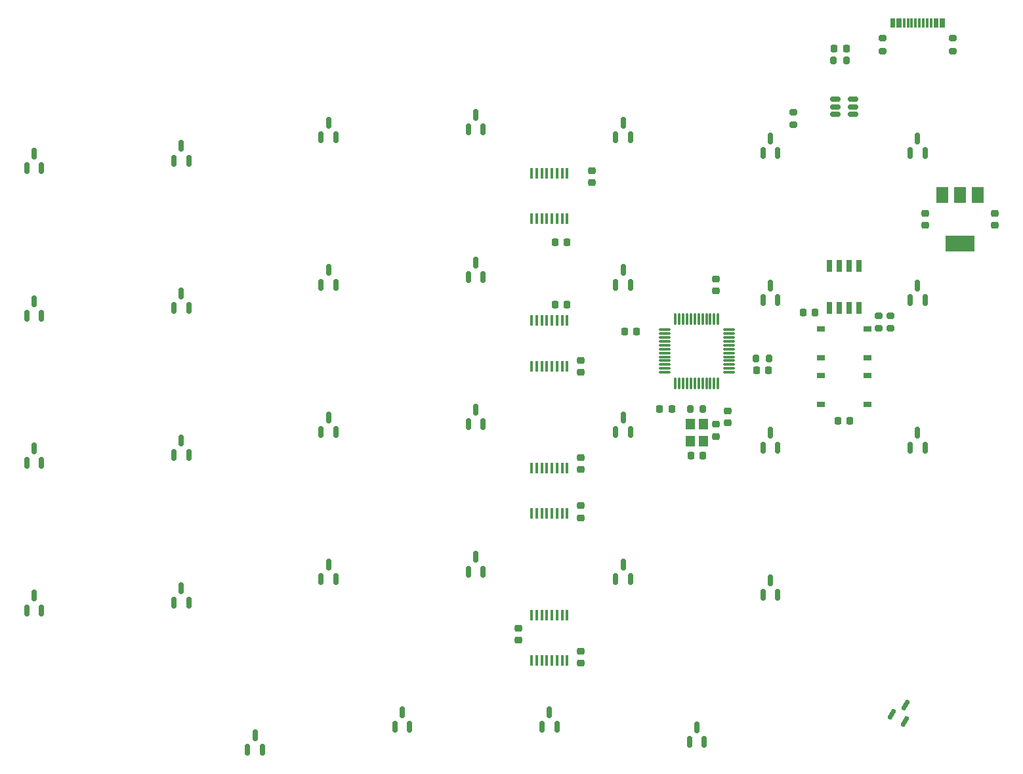
<source format=gbr>
%TF.GenerationSoftware,KiCad,Pcbnew,7.0.6*%
%TF.CreationDate,2023-09-02T14:36:04+09:00*%
%TF.ProjectId,ember,656d6265-722e-46b6-9963-61645f706362,rev?*%
%TF.SameCoordinates,Original*%
%TF.FileFunction,Paste,Bot*%
%TF.FilePolarity,Positive*%
%FSLAX46Y46*%
G04 Gerber Fmt 4.6, Leading zero omitted, Abs format (unit mm)*
G04 Created by KiCad (PCBNEW 7.0.6) date 2023-09-02 14:36:04*
%MOMM*%
%LPD*%
G01*
G04 APERTURE LIST*
G04 Aperture macros list*
%AMRoundRect*
0 Rectangle with rounded corners*
0 $1 Rounding radius*
0 $2 $3 $4 $5 $6 $7 $8 $9 X,Y pos of 4 corners*
0 Add a 4 corners polygon primitive as box body*
4,1,4,$2,$3,$4,$5,$6,$7,$8,$9,$2,$3,0*
0 Add four circle primitives for the rounded corners*
1,1,$1+$1,$2,$3*
1,1,$1+$1,$4,$5*
1,1,$1+$1,$6,$7*
1,1,$1+$1,$8,$9*
0 Add four rect primitives between the rounded corners*
20,1,$1+$1,$2,$3,$4,$5,0*
20,1,$1+$1,$4,$5,$6,$7,0*
20,1,$1+$1,$6,$7,$8,$9,0*
20,1,$1+$1,$8,$9,$2,$3,0*%
G04 Aperture macros list end*
%ADD10R,1.500000X2.000000*%
%ADD11R,3.800000X2.000000*%
%ADD12RoundRect,0.225000X-0.250000X0.225000X-0.250000X-0.225000X0.250000X-0.225000X0.250000X0.225000X0*%
%ADD13RoundRect,0.150000X0.150000X-0.587500X0.150000X0.587500X-0.150000X0.587500X-0.150000X-0.587500X0*%
%ADD14RoundRect,0.200000X-0.275000X0.200000X-0.275000X-0.200000X0.275000X-0.200000X0.275000X0.200000X0*%
%ADD15RoundRect,0.200000X0.200000X0.275000X-0.200000X0.275000X-0.200000X-0.275000X0.200000X-0.275000X0*%
%ADD16RoundRect,0.225000X-0.225000X-0.250000X0.225000X-0.250000X0.225000X0.250000X-0.225000X0.250000X0*%
%ADD17RoundRect,0.225000X0.250000X-0.225000X0.250000X0.225000X-0.250000X0.225000X-0.250000X-0.225000X0*%
%ADD18R,0.450000X1.475000*%
%ADD19RoundRect,0.150000X-0.163846X-0.583790X0.423654X0.433790X0.163846X0.583790X-0.423654X-0.433790X0*%
%ADD20R,1.000000X0.750000*%
%ADD21RoundRect,0.075000X0.075000X-0.662500X0.075000X0.662500X-0.075000X0.662500X-0.075000X-0.662500X0*%
%ADD22RoundRect,0.075000X0.662500X-0.075000X0.662500X0.075000X-0.662500X0.075000X-0.662500X-0.075000X0*%
%ADD23RoundRect,0.225000X0.225000X0.250000X-0.225000X0.250000X-0.225000X-0.250000X0.225000X-0.250000X0*%
%ADD24RoundRect,0.200000X0.275000X-0.200000X0.275000X0.200000X-0.275000X0.200000X-0.275000X-0.200000X0*%
%ADD25RoundRect,0.150000X-0.512500X-0.150000X0.512500X-0.150000X0.512500X0.150000X-0.512500X0.150000X0*%
%ADD26R,1.200000X1.400000*%
%ADD27RoundRect,0.200000X-0.200000X-0.275000X0.200000X-0.275000X0.200000X0.275000X-0.200000X0.275000X0*%
%ADD28R,0.650000X1.525000*%
%ADD29R,0.300000X1.150000*%
%ADD30RoundRect,0.218750X-0.218750X-0.256250X0.218750X-0.256250X0.218750X0.256250X-0.218750X0.256250X0*%
G04 APERTURE END LIST*
D10*
%TO.C,U2*%
X177700000Y-69850000D03*
X180000000Y-69850000D03*
D11*
X180000000Y-76150000D03*
D10*
X182300000Y-69850000D03*
%TD*%
D12*
%TO.C,C18*%
X123000000Y-125725000D03*
X123000000Y-127275000D03*
%TD*%
D13*
%TO.C,U18*%
X80450000Y-103437500D03*
X78550000Y-103437500D03*
X79500000Y-101562500D03*
%TD*%
%TO.C,U3*%
X61450000Y-66437500D03*
X59550000Y-66437500D03*
X60500000Y-64562500D03*
%TD*%
D14*
%TO.C,R1*%
X170000000Y-49675000D03*
X170000000Y-51325000D03*
%TD*%
D15*
%TO.C,R4*%
X146825000Y-97500000D03*
X145175000Y-97500000D03*
%TD*%
D13*
%TO.C,U12*%
X99450000Y-81437500D03*
X97550000Y-81437500D03*
X98500000Y-79562500D03*
%TD*%
D16*
%TO.C,C2*%
X153725000Y-92500000D03*
X155275000Y-92500000D03*
%TD*%
D17*
%TO.C,C10*%
X175500000Y-73775000D03*
X175500000Y-72225000D03*
%TD*%
D13*
%TO.C,U8*%
X156450000Y-64437500D03*
X154550000Y-64437500D03*
X155500000Y-62562500D03*
%TD*%
%TO.C,U20*%
X118450000Y-99437500D03*
X116550000Y-99437500D03*
X117500000Y-97562500D03*
%TD*%
%TO.C,U14*%
X137450000Y-81437500D03*
X135550000Y-81437500D03*
X136500000Y-79562500D03*
%TD*%
D12*
%TO.C,C16*%
X131000000Y-103725000D03*
X131000000Y-105275000D03*
%TD*%
D18*
%TO.C,IC3*%
X129275000Y-91938000D03*
X128625000Y-91938000D03*
X127975000Y-91938000D03*
X127325000Y-91938000D03*
X126675000Y-91938000D03*
X126025000Y-91938000D03*
X125375000Y-91938000D03*
X124725000Y-91938000D03*
X124725000Y-86062000D03*
X125375000Y-86062000D03*
X126025000Y-86062000D03*
X126675000Y-86062000D03*
X127325000Y-86062000D03*
X127975000Y-86062000D03*
X128625000Y-86062000D03*
X129275000Y-86062000D03*
%TD*%
D14*
%TO.C,R3*%
X158500000Y-59175000D03*
X158500000Y-60825000D03*
%TD*%
D13*
%TO.C,U9*%
X175450000Y-64437500D03*
X173550000Y-64437500D03*
X174500000Y-62562500D03*
%TD*%
%TO.C,U24*%
X61450000Y-123437500D03*
X59550000Y-123437500D03*
X60500000Y-121562500D03*
%TD*%
D19*
%TO.C,U34*%
X172853974Y-137786899D03*
X171208526Y-136836899D03*
X172968750Y-135688101D03*
%TD*%
D17*
%TO.C,C15*%
X131000000Y-92775000D03*
X131000000Y-91225000D03*
%TD*%
D20*
%TO.C,SW2*%
X162000000Y-96875000D03*
X168000000Y-96875000D03*
X162000000Y-93125000D03*
X168000000Y-93125000D03*
%TD*%
D21*
%TO.C,MCU1*%
X148750000Y-94162500D03*
X148250000Y-94162500D03*
X147750000Y-94162500D03*
X147250000Y-94162500D03*
X146750000Y-94162500D03*
X146250000Y-94162500D03*
X145750000Y-94162500D03*
X145250000Y-94162500D03*
X144750000Y-94162500D03*
X144250000Y-94162500D03*
X143750000Y-94162500D03*
X143250000Y-94162500D03*
D22*
X141837500Y-92750000D03*
X141837500Y-92250000D03*
X141837500Y-91750000D03*
X141837500Y-91250000D03*
X141837500Y-90750000D03*
X141837500Y-90250000D03*
X141837500Y-89750000D03*
X141837500Y-89250000D03*
X141837500Y-88750000D03*
X141837500Y-88250000D03*
X141837500Y-87750000D03*
X141837500Y-87250000D03*
D21*
X143250000Y-85837500D03*
X143750000Y-85837500D03*
X144250000Y-85837500D03*
X144750000Y-85837500D03*
X145250000Y-85837500D03*
X145750000Y-85837500D03*
X146250000Y-85837500D03*
X146750000Y-85837500D03*
X147250000Y-85837500D03*
X147750000Y-85837500D03*
X148250000Y-85837500D03*
X148750000Y-85837500D03*
D22*
X150162500Y-87250000D03*
X150162500Y-87750000D03*
X150162500Y-88250000D03*
X150162500Y-88750000D03*
X150162500Y-89250000D03*
X150162500Y-89750000D03*
X150162500Y-90250000D03*
X150162500Y-90750000D03*
X150162500Y-91250000D03*
X150162500Y-91750000D03*
X150162500Y-92250000D03*
X150162500Y-92750000D03*
%TD*%
D18*
%TO.C,IC5*%
X129275000Y-129938000D03*
X128625000Y-129938000D03*
X127975000Y-129938000D03*
X127325000Y-129938000D03*
X126675000Y-129938000D03*
X126025000Y-129938000D03*
X125375000Y-129938000D03*
X124725000Y-129938000D03*
X124725000Y-124062000D03*
X125375000Y-124062000D03*
X126025000Y-124062000D03*
X126675000Y-124062000D03*
X127325000Y-124062000D03*
X127975000Y-124062000D03*
X128625000Y-124062000D03*
X129275000Y-124062000D03*
%TD*%
%TO.C,IC2*%
X129275000Y-72938000D03*
X128625000Y-72938000D03*
X127975000Y-72938000D03*
X127325000Y-72938000D03*
X126675000Y-72938000D03*
X126025000Y-72938000D03*
X125375000Y-72938000D03*
X124725000Y-72938000D03*
X124725000Y-67062000D03*
X125375000Y-67062000D03*
X126025000Y-67062000D03*
X126675000Y-67062000D03*
X127325000Y-67062000D03*
X127975000Y-67062000D03*
X128625000Y-67062000D03*
X129275000Y-67062000D03*
%TD*%
D23*
%TO.C,C8*%
X161275000Y-85000000D03*
X159725000Y-85000000D03*
%TD*%
D24*
%TO.C,R5*%
X169500000Y-87075000D03*
X169500000Y-85425000D03*
%TD*%
D17*
%TO.C,C19*%
X131000000Y-130275000D03*
X131000000Y-128725000D03*
%TD*%
D20*
%TO.C,SW1*%
X162000000Y-90875000D03*
X168000000Y-90875000D03*
X162000000Y-87125000D03*
X168000000Y-87125000D03*
%TD*%
D13*
%TO.C,U27*%
X118450000Y-118437500D03*
X116550000Y-118437500D03*
X117500000Y-116562500D03*
%TD*%
D12*
%TO.C,C6*%
X148500000Y-99450000D03*
X148500000Y-101000000D03*
%TD*%
D13*
%TO.C,U16*%
X175450000Y-83437500D03*
X173550000Y-83437500D03*
X174500000Y-81562500D03*
%TD*%
D16*
%TO.C,C14*%
X127725000Y-84000000D03*
X129275000Y-84000000D03*
%TD*%
D13*
%TO.C,U21*%
X137450000Y-100437500D03*
X135550000Y-100437500D03*
X136500000Y-98562500D03*
%TD*%
D25*
%TO.C,U1*%
X163862500Y-59450000D03*
X163862500Y-58500000D03*
X163862500Y-57550000D03*
X166137500Y-57550000D03*
X166137500Y-58500000D03*
X166137500Y-59450000D03*
%TD*%
D13*
%TO.C,U31*%
X108950000Y-138437500D03*
X107050000Y-138437500D03*
X108000000Y-136562500D03*
%TD*%
%TO.C,U32*%
X127950000Y-138437500D03*
X126050000Y-138437500D03*
X127000000Y-136562500D03*
%TD*%
D12*
%TO.C,C9*%
X184500000Y-72225000D03*
X184500000Y-73775000D03*
%TD*%
D13*
%TO.C,U26*%
X99450000Y-119437500D03*
X97550000Y-119437500D03*
X98500000Y-117562500D03*
%TD*%
D26*
%TO.C,Y1*%
X146850000Y-99400000D03*
X146850000Y-101600000D03*
X145150000Y-101600000D03*
X145150000Y-99400000D03*
%TD*%
D24*
%TO.C,R6*%
X171000000Y-87075000D03*
X171000000Y-85425000D03*
%TD*%
D13*
%TO.C,U15*%
X156450000Y-83437500D03*
X154550000Y-83437500D03*
X155500000Y-81562500D03*
%TD*%
D16*
%TO.C,C13*%
X127725000Y-76000000D03*
X129275000Y-76000000D03*
%TD*%
D13*
%TO.C,U23*%
X175450000Y-102437500D03*
X173550000Y-102437500D03*
X174500000Y-100562500D03*
%TD*%
%TO.C,U7*%
X137450000Y-62437500D03*
X135550000Y-62437500D03*
X136500000Y-60562500D03*
%TD*%
%TO.C,U25*%
X80450000Y-122437500D03*
X78550000Y-122437500D03*
X79500000Y-120562500D03*
%TD*%
D27*
%TO.C,R7*%
X163675000Y-52500000D03*
X165325000Y-52500000D03*
%TD*%
D13*
%TO.C,U17*%
X61450000Y-104437500D03*
X59550000Y-104437500D03*
X60500000Y-102562500D03*
%TD*%
%TO.C,U28*%
X137450000Y-119437500D03*
X135550000Y-119437500D03*
X136500000Y-117562500D03*
%TD*%
%TO.C,U22*%
X156450000Y-102437500D03*
X154550000Y-102437500D03*
X155500000Y-100562500D03*
%TD*%
%TO.C,U5*%
X99450000Y-62437500D03*
X97550000Y-62437500D03*
X98500000Y-60562500D03*
%TD*%
%TO.C,U13*%
X118450000Y-80437500D03*
X116550000Y-80437500D03*
X117500000Y-78562500D03*
%TD*%
D23*
%TO.C,C4*%
X138275000Y-87500000D03*
X136725000Y-87500000D03*
%TD*%
D13*
%TO.C,U11*%
X80450000Y-84437500D03*
X78550000Y-84437500D03*
X79500000Y-82562500D03*
%TD*%
%TO.C,U6*%
X118450000Y-61437500D03*
X116550000Y-61437500D03*
X117500000Y-59562500D03*
%TD*%
%TO.C,U19*%
X99450000Y-100437500D03*
X97550000Y-100437500D03*
X98500000Y-98562500D03*
%TD*%
D16*
%TO.C,C11*%
X164225000Y-99000000D03*
X165775000Y-99000000D03*
%TD*%
D23*
%TO.C,C5*%
X142775000Y-97500000D03*
X141225000Y-97500000D03*
%TD*%
D28*
%TO.C,IC1*%
X163095000Y-79038000D03*
X164365000Y-79038000D03*
X165635000Y-79038000D03*
X166905000Y-79038000D03*
X166905000Y-84462000D03*
X165635000Y-84462000D03*
X164365000Y-84462000D03*
X163095000Y-84462000D03*
%TD*%
D29*
%TO.C,J1*%
X171150000Y-47670000D03*
X171950000Y-47670000D03*
X173250000Y-47670000D03*
X174250000Y-47670000D03*
X174750000Y-47670000D03*
X175750000Y-47670000D03*
X177050000Y-47670000D03*
X177850000Y-47670000D03*
X177550000Y-47670000D03*
X176750000Y-47670000D03*
X176250000Y-47670000D03*
X175250000Y-47670000D03*
X173750000Y-47670000D03*
X172750000Y-47670000D03*
X172250000Y-47670000D03*
X171450000Y-47670000D03*
%TD*%
D12*
%TO.C,C17*%
X131000000Y-109950000D03*
X131000000Y-111500000D03*
%TD*%
D16*
%TO.C,C7*%
X145225000Y-103500000D03*
X146775000Y-103500000D03*
%TD*%
D12*
%TO.C,C12*%
X132500000Y-66725000D03*
X132500000Y-68275000D03*
%TD*%
D13*
%TO.C,U29*%
X156450000Y-121437500D03*
X154550000Y-121437500D03*
X155500000Y-119562500D03*
%TD*%
%TO.C,U10*%
X61450000Y-85437500D03*
X59550000Y-85437500D03*
X60500000Y-83562500D03*
%TD*%
D27*
%TO.C,R8*%
X153675000Y-91000000D03*
X155325000Y-91000000D03*
%TD*%
D14*
%TO.C,R2*%
X179000000Y-49675000D03*
X179000000Y-51325000D03*
%TD*%
D17*
%TO.C,C1*%
X148500000Y-82275000D03*
X148500000Y-80725000D03*
%TD*%
D13*
%TO.C,U4*%
X80450000Y-65437500D03*
X78550000Y-65437500D03*
X79500000Y-63562500D03*
%TD*%
D12*
%TO.C,C3*%
X150000000Y-97725000D03*
X150000000Y-99275000D03*
%TD*%
D30*
%TO.C,D1*%
X163712500Y-51000000D03*
X165287500Y-51000000D03*
%TD*%
D13*
%TO.C,U30*%
X89950000Y-141437500D03*
X88050000Y-141437500D03*
X89000000Y-139562500D03*
%TD*%
%TO.C,U33*%
X146950000Y-140437500D03*
X145050000Y-140437500D03*
X146000000Y-138562500D03*
%TD*%
D18*
%TO.C,IC4*%
X129275000Y-110938000D03*
X128625000Y-110938000D03*
X127975000Y-110938000D03*
X127325000Y-110938000D03*
X126675000Y-110938000D03*
X126025000Y-110938000D03*
X125375000Y-110938000D03*
X124725000Y-110938000D03*
X124725000Y-105062000D03*
X125375000Y-105062000D03*
X126025000Y-105062000D03*
X126675000Y-105062000D03*
X127325000Y-105062000D03*
X127975000Y-105062000D03*
X128625000Y-105062000D03*
X129275000Y-105062000D03*
%TD*%
M02*

</source>
